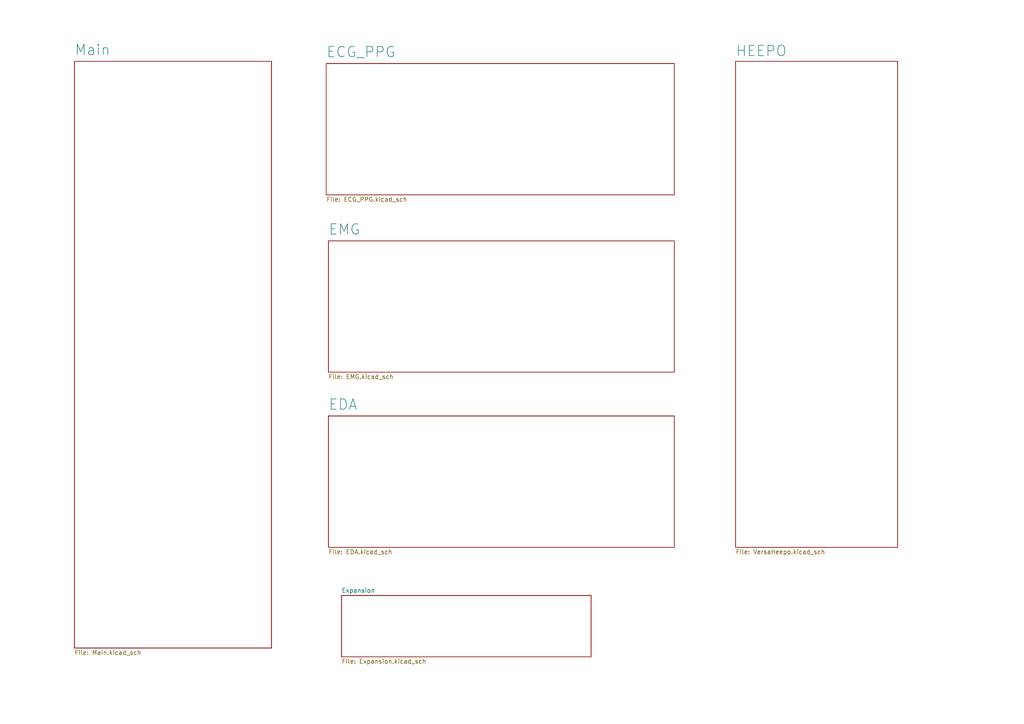
<source format=kicad_sch>
(kicad_sch (version 20230121) (generator eeschema)
  (paper "A4")
  (title_block (title "VersaSens+VersaHeepo") (date "2024-02-20") (rev "00") (company "EPFL, Embedded Systems Laboratory") (comment 1 "Author: Taraneh Aminosharieh Najafi") (comment 2 "Approved: José Angel Miranda Calero"))
  (lib_symbols)
  (sheet (at 95.25 69.85) (size 100.33 38.1) (stroke (width 0.1524))
    (property "Sheetname" "EMG" (at 95.25 68.2734 0) (effects (font (size 3 3)) (justify left bottom)))
    (property "Sheetfile" "EMG.kicad_sch" (at 95.25 108.5346 0) (effects (justify left top)))
  )
  (sheet (at 94.615 18.415) (size 100.965 38.1) (stroke (width 0.1524))
    (property "Sheetname" "ECG_PPG" (at 94.615 16.8384 0) (effects (font (size 3 3)) (justify left bottom)))
    (property "Sheetfile" "ECG_PPG.kicad_sch" (at 94.615 57.0996 0) (effects (justify left top)))
  )
  (sheet (at 213.36 17.78) (size 46.99 140.97) (stroke (width 0.1524))
    (property "Sheetname" "HEEPO" (at 213.36 16.51 0) (effects (font (size 3 3)) (justify left bottom)))
    (property "Sheetfile" "VersaHeepo.kicad_sch" (at 213.36 159.3346 0) (effects (justify left top)))
  )
  (sheet (at 95.25 120.65) (size 100.33 38.1) (stroke (width 0.1524))
    (property "Sheetname" "EDA" (at 95.25 119.0734 0) (effects (font (size 3 3)) (justify left bottom)))
    (property "Sheetfile" "EDA.kicad_sch" (at 95.25 159.3346 0) (effects (justify left top)))
  )
  (sheet (at 21.59 17.78) (size 57.15 170.18) (stroke (width 0.1524))
    (property "Sheetname" "Main" (at 21.59 16.2034 0) (effects (font (size 3 3)) (justify left bottom)))
    (property "Sheetfile" "Main.kicad_sch" (at 21.59 188.5446 0) (effects (justify left top)))
  )
  (sheet (at 99.06 172.72) (size 72.39 17.78) (stroke (width 0.1524))
    (property "Sheetname" "Expansion" (at 99.06 172.0084 0) (effects (justify left bottom)))
    (property "Sheetfile" "Expansion.kicad_sch" (at 99.06 191.0846 0) (effects (justify left top)))
  )
)
</source>
